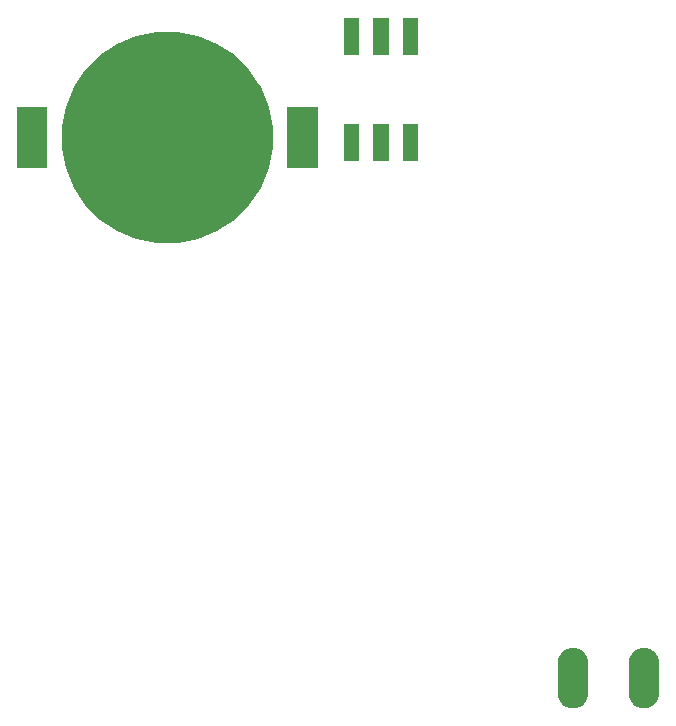
<source format=gts>
G04 #@! TF.GenerationSoftware,KiCad,Pcbnew,(5.1.5)-3*
G04 #@! TF.CreationDate,2020-10-14T22:05:02+09:00*
G04 #@! TF.ProjectId,Pistachio_MacroPad_bottom,50697374-6163-4686-996f-5f4d6163726f,rev?*
G04 #@! TF.SameCoordinates,Original*
G04 #@! TF.FileFunction,Soldermask,Top*
G04 #@! TF.FilePolarity,Negative*
%FSLAX46Y46*%
G04 Gerber Fmt 4.6, Leading zero omitted, Abs format (unit mm)*
G04 Created by KiCad (PCBNEW (5.1.5)-3) date 2020-10-14 22:05:02*
%MOMM*%
%LPD*%
G04 APERTURE LIST*
%ADD10C,0.100000*%
G04 APERTURE END LIST*
D10*
G36*
X109135040Y-75637825D02*
G01*
X109380280Y-75712218D01*
X109606294Y-75833025D01*
X109657899Y-75875376D01*
X109804397Y-75995603D01*
X109924624Y-76142101D01*
X109966975Y-76193706D01*
X110087782Y-76419720D01*
X110162175Y-76664960D01*
X110181000Y-76856095D01*
X110181000Y-79483905D01*
X110162175Y-79675040D01*
X110087782Y-79920280D01*
X109966975Y-80146294D01*
X109804396Y-80344396D01*
X109606293Y-80506975D01*
X109380279Y-80627782D01*
X109135039Y-80702175D01*
X108880000Y-80727294D01*
X108624960Y-80702175D01*
X108379720Y-80627782D01*
X108379718Y-80627781D01*
X108153707Y-80506976D01*
X107955604Y-80344396D01*
X107793026Y-80146294D01*
X107793025Y-80146293D01*
X107672218Y-79920279D01*
X107597825Y-79675039D01*
X107579000Y-79483904D01*
X107579001Y-76856095D01*
X107597826Y-76664960D01*
X107672219Y-76419720D01*
X107793026Y-76193706D01*
X107835377Y-76142101D01*
X107955604Y-75995603D01*
X108102102Y-75875376D01*
X108153707Y-75833025D01*
X108379721Y-75712218D01*
X108624961Y-75637825D01*
X108880000Y-75612706D01*
X109135040Y-75637825D01*
G37*
G36*
X103135040Y-75637825D02*
G01*
X103380280Y-75712218D01*
X103606294Y-75833025D01*
X103657899Y-75875376D01*
X103804397Y-75995603D01*
X103924624Y-76142101D01*
X103966975Y-76193706D01*
X104087782Y-76419720D01*
X104162175Y-76664960D01*
X104181000Y-76856095D01*
X104181000Y-79483905D01*
X104162175Y-79675040D01*
X104087782Y-79920280D01*
X103966975Y-80146294D01*
X103804396Y-80344396D01*
X103606293Y-80506975D01*
X103380279Y-80627782D01*
X103135039Y-80702175D01*
X102880000Y-80727294D01*
X102624960Y-80702175D01*
X102379720Y-80627782D01*
X102379718Y-80627781D01*
X102153707Y-80506976D01*
X101955604Y-80344396D01*
X101793026Y-80146294D01*
X101793025Y-80146293D01*
X101672218Y-79920279D01*
X101597825Y-79675039D01*
X101579000Y-79483904D01*
X101579001Y-76856095D01*
X101597826Y-76664960D01*
X101672219Y-76419720D01*
X101793026Y-76193706D01*
X101835377Y-76142101D01*
X101955604Y-75995603D01*
X102102102Y-75875376D01*
X102153707Y-75833025D01*
X102379721Y-75712218D01*
X102624961Y-75637825D01*
X102880000Y-75612706D01*
X103135040Y-75637825D01*
G37*
G36*
X71140909Y-23812981D02*
G01*
X72769887Y-24487726D01*
X72769888Y-24487727D01*
X74235930Y-25467304D01*
X75482696Y-26714070D01*
X76137228Y-27693648D01*
X76462274Y-28180113D01*
X77137019Y-29809091D01*
X77481000Y-31538402D01*
X77481000Y-33301598D01*
X77137019Y-35030909D01*
X76462274Y-36659887D01*
X76462273Y-36659888D01*
X75482696Y-38125930D01*
X74235930Y-39372696D01*
X73256352Y-40027228D01*
X72769887Y-40352274D01*
X71140909Y-41027019D01*
X69411598Y-41371000D01*
X67648402Y-41371000D01*
X65919091Y-41027019D01*
X64290113Y-40352274D01*
X63803648Y-40027228D01*
X62824070Y-39372696D01*
X61577304Y-38125930D01*
X60597727Y-36659888D01*
X60597726Y-36659887D01*
X59922981Y-35030909D01*
X59579000Y-33301598D01*
X59579000Y-31538402D01*
X59922981Y-29809091D01*
X60597726Y-28180113D01*
X60922772Y-27693648D01*
X61577304Y-26714070D01*
X62824070Y-25467304D01*
X64290112Y-24487727D01*
X64290113Y-24487726D01*
X65919091Y-23812981D01*
X67648402Y-23469000D01*
X69411598Y-23469000D01*
X71140909Y-23812981D01*
G37*
G36*
X58381000Y-35021000D02*
G01*
X55779000Y-35021000D01*
X55779000Y-29819000D01*
X58381000Y-29819000D01*
X58381000Y-35021000D01*
G37*
G36*
X81281000Y-35021000D02*
G01*
X78679000Y-35021000D01*
X78679000Y-29819000D01*
X81281000Y-29819000D01*
X81281000Y-35021000D01*
G37*
G36*
X84771000Y-34411000D02*
G01*
X83469000Y-34411000D01*
X83469000Y-31309000D01*
X84771000Y-31309000D01*
X84771000Y-34411000D01*
G37*
G36*
X87271000Y-34411000D02*
G01*
X85969000Y-34411000D01*
X85969000Y-31309000D01*
X87271000Y-31309000D01*
X87271000Y-34411000D01*
G37*
G36*
X89771000Y-34411000D02*
G01*
X88469000Y-34411000D01*
X88469000Y-31309000D01*
X89771000Y-31309000D01*
X89771000Y-34411000D01*
G37*
G36*
X89771000Y-25411000D02*
G01*
X88469000Y-25411000D01*
X88469000Y-22309000D01*
X89771000Y-22309000D01*
X89771000Y-25411000D01*
G37*
G36*
X87271000Y-25411000D02*
G01*
X85969000Y-25411000D01*
X85969000Y-22309000D01*
X87271000Y-22309000D01*
X87271000Y-25411000D01*
G37*
G36*
X84771000Y-25411000D02*
G01*
X83469000Y-25411000D01*
X83469000Y-22309000D01*
X84771000Y-22309000D01*
X84771000Y-25411000D01*
G37*
M02*

</source>
